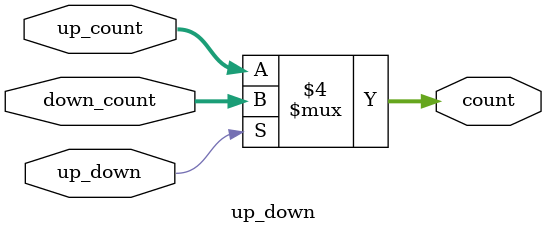
<source format=sv>
`timescale 1ns / 1ps



module up_down#(parameter n=4)
(
input logic [n-1:0]down_count,
input logic [n-1:0]up_count,
input logic up_down,
output logic [n-1:0]count

    );
    
always @ (*)
begin 
 if (up_down==0)
         count=up_count;
 else 
         count=down_count;
    
   end  
   
endmodule
   
</source>
